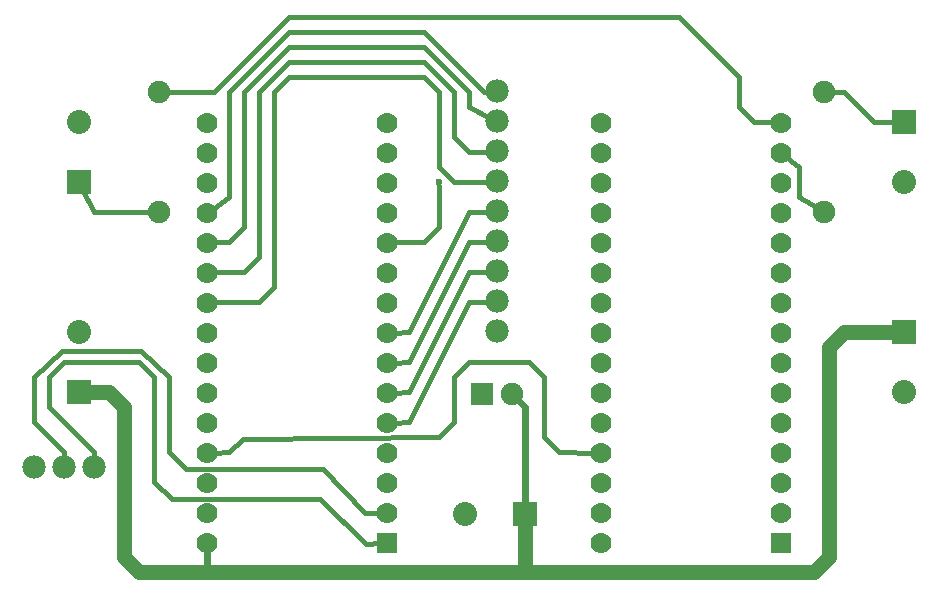
<source format=gtl>
G04 MADE WITH FRITZING*
G04 WWW.FRITZING.ORG*
G04 DOUBLE SIDED*
G04 HOLES PLATED*
G04 CONTOUR ON CENTER OF CONTOUR VECTOR*
%ASAXBY*%
%FSLAX23Y23*%
%MOIN*%
%OFA0B0*%
%SFA1.0B1.0*%
%ADD10C,0.080000*%
%ADD11C,0.070000*%
%ADD12C,0.075000*%
%ADD13C,0.078000*%
%ADD14C,0.023622*%
%ADD15R,0.080000X0.080000*%
%ADD16R,0.069972X0.070000*%
%ADD17R,0.075000X0.075000*%
%ADD18C,0.016000*%
%ADD19C,0.050000*%
%ADD20C,0.024000*%
%LNCOPPER1*%
G90*
G70*
G54D10*
X271Y657D03*
X271Y857D03*
G54D11*
X1297Y153D03*
X1297Y253D03*
X1297Y353D03*
X1297Y453D03*
X1297Y553D03*
X1297Y653D03*
X1297Y753D03*
X1297Y853D03*
X1297Y953D03*
X1297Y1053D03*
X1297Y1153D03*
X1297Y1253D03*
X1297Y1353D03*
X1297Y1453D03*
X1297Y1553D03*
X697Y153D03*
X697Y253D03*
X697Y353D03*
X697Y453D03*
X697Y553D03*
X697Y653D03*
X697Y753D03*
X697Y853D03*
X697Y953D03*
X697Y1053D03*
X697Y1153D03*
X697Y1253D03*
X697Y1353D03*
X697Y1453D03*
X697Y1553D03*
X2610Y153D03*
X2610Y253D03*
X2610Y353D03*
X2610Y453D03*
X2610Y553D03*
X2610Y653D03*
X2610Y753D03*
X2610Y853D03*
X2610Y953D03*
X2610Y1053D03*
X2610Y1153D03*
X2610Y1253D03*
X2610Y1353D03*
X2610Y1453D03*
X2610Y1553D03*
X2010Y153D03*
X2010Y253D03*
X2010Y353D03*
X2010Y453D03*
X2010Y553D03*
X2010Y653D03*
X2010Y753D03*
X2010Y853D03*
X2010Y953D03*
X2010Y1053D03*
X2010Y1153D03*
X2010Y1253D03*
X2010Y1353D03*
X2010Y1453D03*
X2010Y1553D03*
G54D12*
X2755Y1258D03*
X2755Y1658D03*
X539Y1658D03*
X539Y1258D03*
G54D10*
X3021Y857D03*
X3021Y657D03*
X271Y1357D03*
X271Y1557D03*
X3021Y1557D03*
X3021Y1357D03*
X1759Y252D03*
X1559Y252D03*
G54D13*
X1664Y1660D03*
X1664Y1560D03*
X1664Y1460D03*
X1664Y1360D03*
X1664Y1260D03*
X1664Y1160D03*
X1664Y1060D03*
X1664Y960D03*
X1664Y860D03*
X321Y407D03*
X221Y407D03*
X121Y407D03*
G54D12*
X1614Y649D03*
X1714Y649D03*
G54D14*
X1471Y1357D03*
G54D15*
X271Y657D03*
G54D16*
X1297Y153D03*
X2610Y153D03*
G54D15*
X3021Y857D03*
X271Y1357D03*
X3021Y1557D03*
X1759Y252D03*
G54D17*
X1614Y649D03*
G54D18*
X1986Y454D02*
X1871Y457D01*
D02*
X221Y458D02*
X221Y432D01*
D02*
X1771Y757D02*
X1572Y757D01*
D02*
X1821Y707D02*
X1771Y757D01*
D02*
X1572Y757D02*
X1521Y708D01*
D02*
X1521Y708D02*
X1521Y558D01*
D02*
X1521Y558D02*
X1472Y507D01*
D02*
X1472Y507D02*
X816Y501D01*
D02*
X477Y793D02*
X213Y795D01*
D02*
X213Y795D02*
X120Y707D01*
D02*
X120Y556D02*
X221Y458D01*
D02*
X120Y707D02*
X120Y556D01*
D02*
X1871Y457D02*
X1821Y508D01*
D02*
X771Y457D02*
X720Y454D01*
D02*
X816Y501D02*
X771Y457D01*
D02*
X1821Y508D02*
X1821Y707D01*
D02*
X571Y458D02*
X571Y707D01*
D02*
X571Y707D02*
X477Y793D01*
D02*
X2921Y1558D02*
X2995Y1557D01*
D02*
X629Y402D02*
X571Y458D01*
D02*
X1084Y402D02*
X629Y402D01*
D02*
X1223Y254D02*
X1084Y402D01*
D02*
X1273Y253D02*
X1223Y254D01*
D02*
X2778Y1658D02*
X2821Y1658D01*
D02*
X2821Y1658D02*
X2921Y1558D01*
G54D19*
D02*
X1759Y56D02*
X2722Y56D01*
D02*
X1759Y205D02*
X1759Y56D01*
D02*
X2722Y56D02*
X2771Y108D01*
D02*
X2771Y806D02*
X2821Y856D01*
D02*
X421Y108D02*
X471Y56D01*
D02*
X471Y56D02*
X1759Y56D01*
D02*
X1759Y56D02*
X1759Y205D01*
D02*
X421Y607D02*
X370Y657D01*
D02*
X421Y108D02*
X421Y607D01*
G54D20*
D02*
X421Y108D02*
X471Y56D01*
D02*
X697Y58D02*
X697Y124D01*
D02*
X471Y56D02*
X697Y58D01*
G54D18*
D02*
X970Y1908D02*
X722Y1657D01*
D02*
X722Y1657D02*
X562Y1658D01*
D02*
X2271Y1908D02*
X970Y1908D01*
D02*
X2571Y1556D02*
X2522Y1556D01*
D02*
X2522Y1556D02*
X2471Y1608D01*
D02*
X2471Y1608D02*
X2471Y1708D01*
D02*
X2471Y1708D02*
X2271Y1908D01*
D02*
X2586Y1555D02*
X2571Y1556D01*
D02*
X971Y1708D02*
X1421Y1708D01*
D02*
X1471Y1657D02*
X1471Y1407D01*
D02*
X1421Y1708D02*
X1471Y1657D01*
D02*
X921Y1006D02*
X921Y1657D01*
D02*
X921Y1657D02*
X971Y1708D01*
D02*
X871Y957D02*
X921Y1006D01*
D02*
X1621Y1357D02*
X1639Y1359D01*
D02*
X1471Y1407D02*
X1520Y1357D01*
D02*
X1520Y1357D02*
X1621Y1357D01*
D02*
X722Y957D02*
X871Y957D01*
D02*
X720Y957D02*
X722Y957D01*
D02*
X722Y1058D02*
X820Y1058D01*
D02*
X720Y1057D02*
X722Y1058D01*
D02*
X820Y1058D02*
X871Y1107D01*
D02*
X871Y1107D02*
X870Y1657D01*
D02*
X970Y1757D02*
X1421Y1757D01*
D02*
X870Y1657D02*
X970Y1757D01*
D02*
X1521Y1657D02*
X1520Y1507D01*
D02*
X1421Y1757D02*
X1521Y1657D01*
D02*
X1621Y1458D02*
X1639Y1459D01*
D02*
X1571Y1458D02*
X1621Y1458D01*
D02*
X1520Y1507D02*
X1571Y1458D01*
D02*
X722Y1158D02*
X771Y1158D01*
D02*
X720Y1158D02*
X722Y1158D01*
D02*
X820Y1208D02*
X822Y1657D01*
D02*
X771Y1158D02*
X820Y1208D01*
D02*
X970Y1808D02*
X1421Y1808D01*
D02*
X1421Y1808D02*
X1572Y1657D01*
D02*
X822Y1657D02*
X970Y1808D01*
D02*
X1572Y1657D02*
X1571Y1607D01*
D02*
X1571Y1607D02*
X1642Y1571D01*
D02*
X1420Y1857D02*
X1621Y1658D01*
D02*
X1621Y1658D02*
X1639Y1659D01*
D02*
X970Y1856D02*
X1420Y1857D01*
D02*
X771Y1657D02*
X970Y1856D01*
D02*
X771Y1308D02*
X771Y1657D01*
D02*
X716Y1267D02*
X771Y1308D01*
D02*
X321Y1257D02*
X282Y1334D01*
D02*
X516Y1258D02*
X321Y1257D01*
D02*
X2629Y1439D02*
X2672Y1407D01*
D02*
X2672Y1407D02*
X2671Y1307D01*
D02*
X2671Y1307D02*
X2735Y1269D01*
G54D20*
D02*
X1735Y630D02*
X1759Y608D01*
D02*
X1759Y608D02*
X1759Y283D01*
G54D18*
D02*
X1471Y1344D02*
X1471Y1208D01*
D02*
X1471Y1208D02*
X1422Y1158D01*
D02*
X1422Y1158D02*
X1321Y1158D01*
D02*
X1321Y1158D02*
X1320Y1158D01*
D02*
X1621Y1258D02*
X1571Y1258D01*
D02*
X1571Y1258D02*
X1371Y857D01*
D02*
X1371Y857D02*
X1320Y854D01*
D02*
X1639Y1259D02*
X1621Y1258D01*
D02*
X1621Y1158D02*
X1571Y1158D01*
D02*
X1371Y757D02*
X1320Y754D01*
D02*
X1639Y1159D02*
X1621Y1158D01*
D02*
X1571Y1158D02*
X1371Y757D01*
D02*
X1621Y1057D02*
X1571Y1057D01*
D02*
X1571Y1057D02*
X1371Y658D01*
D02*
X1371Y658D02*
X1320Y655D01*
D02*
X1639Y1059D02*
X1621Y1057D01*
D02*
X1571Y957D02*
X1371Y558D01*
D02*
X1621Y957D02*
X1571Y957D01*
D02*
X1371Y558D02*
X1320Y555D01*
D02*
X1639Y959D02*
X1621Y957D01*
D02*
X1226Y152D02*
X1075Y300D01*
D02*
X1273Y153D02*
X1226Y152D01*
D02*
X171Y708D02*
X171Y607D01*
G54D19*
D02*
X2771Y108D02*
X2771Y806D01*
D02*
X2821Y856D02*
X2973Y857D01*
G54D18*
D02*
X322Y458D02*
X321Y432D01*
D02*
X171Y607D02*
X322Y458D01*
G54D19*
D02*
X370Y657D02*
X319Y657D01*
G54D18*
D02*
X471Y758D02*
X221Y758D01*
D02*
X521Y707D02*
X471Y758D01*
D02*
X521Y357D02*
X521Y707D01*
D02*
X581Y301D02*
X521Y357D01*
D02*
X221Y758D02*
X171Y708D01*
D02*
X1075Y300D02*
X581Y301D01*
G04 End of Copper1*
M02*
</source>
